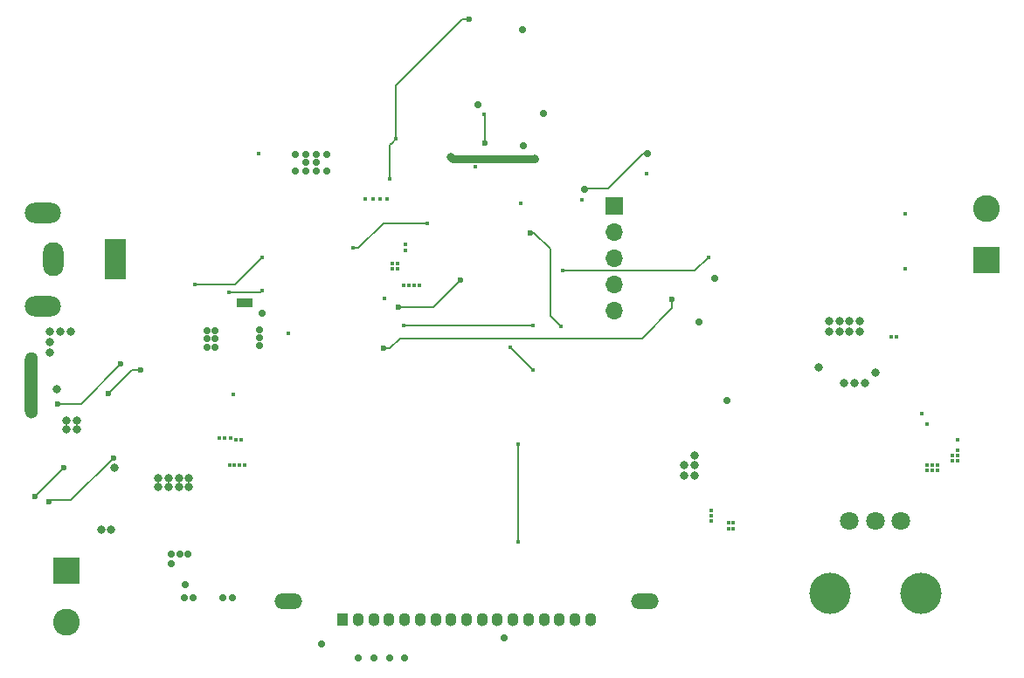
<source format=gbr>
%TF.GenerationSoftware,KiCad,Pcbnew,8.0.5*%
%TF.CreationDate,2025-07-10T15:46:46-04:00*%
%TF.ProjectId,Var_Volt_Conv,5661725f-566f-46c7-945f-436f6e762e6b,rev?*%
%TF.SameCoordinates,Original*%
%TF.FileFunction,Copper,L6,Bot*%
%TF.FilePolarity,Positive*%
%FSLAX46Y46*%
G04 Gerber Fmt 4.6, Leading zero omitted, Abs format (unit mm)*
G04 Created by KiCad (PCBNEW 8.0.5) date 2025-07-10 15:46:46*
%MOMM*%
%LPD*%
G01*
G04 APERTURE LIST*
%TA.AperFunction,EtchedComponent*%
%ADD10C,0.000000*%
%TD*%
%TA.AperFunction,ComponentPad*%
%ADD11R,1.100000X1.300000*%
%TD*%
%TA.AperFunction,ComponentPad*%
%ADD12O,1.100000X1.300000*%
%TD*%
%TA.AperFunction,ComponentPad*%
%ADD13O,2.700000X1.500000*%
%TD*%
%TA.AperFunction,WasherPad*%
%ADD14C,4.000000*%
%TD*%
%TA.AperFunction,ComponentPad*%
%ADD15C,1.800000*%
%TD*%
%TA.AperFunction,ComponentPad*%
%ADD16R,2.600000X2.600000*%
%TD*%
%TA.AperFunction,ComponentPad*%
%ADD17C,2.600000*%
%TD*%
%TA.AperFunction,ComponentPad*%
%ADD18R,1.700000X1.700000*%
%TD*%
%TA.AperFunction,ComponentPad*%
%ADD19O,1.700000X1.700000*%
%TD*%
%TA.AperFunction,ComponentPad*%
%ADD20R,2.000000X4.000000*%
%TD*%
%TA.AperFunction,ComponentPad*%
%ADD21O,2.000000X3.300000*%
%TD*%
%TA.AperFunction,ComponentPad*%
%ADD22O,3.500000X2.000000*%
%TD*%
%TA.AperFunction,ComponentPad*%
%ADD23C,0.600000*%
%TD*%
%TA.AperFunction,SMDPad,CuDef*%
%ADD24R,1.600000X0.900000*%
%TD*%
%TA.AperFunction,ComponentPad*%
%ADD25C,1.300000*%
%TD*%
%TA.AperFunction,ViaPad*%
%ADD26C,0.600000*%
%TD*%
%TA.AperFunction,ViaPad*%
%ADD27C,0.450000*%
%TD*%
%TA.AperFunction,ViaPad*%
%ADD28C,0.800000*%
%TD*%
%TA.AperFunction,ViaPad*%
%ADD29C,0.700000*%
%TD*%
%TA.AperFunction,Conductor*%
%ADD30C,0.200000*%
%TD*%
%TA.AperFunction,Conductor*%
%ADD31C,0.750000*%
%TD*%
G04 APERTURE END LIST*
D10*
%TA.AperFunction,EtchedComponent*%
%TO.C,NT101*%
G36*
X102337500Y-106790000D02*
G01*
X101037500Y-106790000D01*
X101037500Y-101590000D01*
X102337500Y-101590000D01*
X102337500Y-106790000D01*
G37*
%TD.AperFunction*%
%TD*%
D11*
%TO.P,U301,1,V0*%
%TO.N,/[3] Display/LV0*%
X131887500Y-126940000D03*
D12*
%TO.P,U301,2,V1*%
%TO.N,/[3] Display/LV1*%
X133387500Y-126940000D03*
%TO.P,U301,3,V2*%
%TO.N,/[3] Display/LV2*%
X134887500Y-126940000D03*
%TO.P,U301,4,V3*%
%TO.N,/[3] Display/LV3*%
X136387500Y-126940000D03*
%TO.P,U301,5,V4*%
%TO.N,/[3] Display/LV4*%
X137887500Y-126940000D03*
%TO.P,U301,6,C2-*%
%TO.N,/[3] Display/LC2-*%
X139387500Y-126940000D03*
%TO.P,U301,7,C2+*%
%TO.N,/[3] Display/LC2+*%
X140887500Y-126940000D03*
%TO.P,U301,8,C1+*%
%TO.N,/[3] Display/LC1+*%
X142387500Y-126940000D03*
%TO.P,U301,9,C1-*%
%TO.N,/[3] Display/LC1-*%
X143887500Y-126940000D03*
%TO.P,U301,10,VOUT*%
%TO.N,/[3] Display/LVOUT*%
X145387500Y-126940000D03*
%TO.P,U301,11,VSS*%
%TO.N,GNDD*%
X146887500Y-126940000D03*
%TO.P,U301,12,VDD*%
%TO.N,+3V0*%
X148387500Y-126940000D03*
%TO.P,U301,13,SI*%
%TO.N,SPI_MOSI*%
X149887500Y-126940000D03*
%TO.P,U301,14,SCL*%
%TO.N,SPI_CLK*%
X151387500Y-126940000D03*
%TO.P,U301,15,A0*%
%TO.N,REGISTER_SELECT*%
X152887500Y-126940000D03*
%TO.P,U301,16,/RST*%
%TO.N,{slash}RESET*%
X154387500Y-126940000D03*
%TO.P,U301,17,/CS1*%
%TO.N,{slash}CHIP_SELECT*%
X155887500Y-126940000D03*
D13*
%TO.P,U301,18,LED+*%
%TO.N,+3V0*%
X126587500Y-125140000D03*
%TO.P,U301,19,LED-*%
%TO.N,GNDD*%
X161187500Y-125140000D03*
%TD*%
D14*
%TO.P,RV101,*%
%TO.N,*%
X187900000Y-124365000D03*
X179100000Y-124365000D03*
D15*
%TO.P,RV101,1,1*%
%TO.N,unconnected-(RV101-Pad1)*%
X181000000Y-117365000D03*
%TO.P,RV101,2,2*%
%TO.N,/[1] Power/BB_FEEDBACK*%
X183500000Y-117365000D03*
%TO.P,RV101,3,3*%
%TO.N,/[1] Power/BB_POT_R*%
X186000000Y-117365000D03*
%TD*%
D16*
%TO.P,J102,1,Pin_1*%
%TO.N,/[1] Power/SCREW_TERMINAL_POWER*%
X105142500Y-122215000D03*
D17*
%TO.P,J102,2,Pin_2*%
%TO.N,GNDPWR*%
X105142500Y-127215000D03*
%TD*%
D16*
%TO.P,J103,1,Pin_1*%
%TO.N,VARIABLE_OUTPUT_VOLTAGE_B*%
X194292500Y-92090000D03*
D17*
%TO.P,J103,2,Pin_2*%
%TO.N,GNDPWR*%
X194292500Y-87090000D03*
%TD*%
D18*
%TO.P,J201,1,Pin_1*%
%TO.N,ST_3V3*%
X158187500Y-86770000D03*
D19*
%TO.P,J201,2,Pin_2*%
%TO.N,/[2] Microcontroller/SWCLK*%
X158187500Y-89310000D03*
%TO.P,J201,3,Pin_3*%
%TO.N,/[2] Microcontroller/SWDIO*%
X158187500Y-91850000D03*
%TO.P,J201,4,Pin_4*%
%TO.N,/[2] Microcontroller/NRST*%
X158187500Y-94390000D03*
%TO.P,J201,5,Pin_5*%
%TO.N,GNDD*%
X158187500Y-96930000D03*
%TD*%
D20*
%TO.P,J101,1*%
%TO.N,/[1] Power/JACK_POWER*%
X109862500Y-92015000D03*
D21*
%TO.P,J101,2*%
%TO.N,GNDPWR*%
X103862500Y-92015000D03*
D22*
%TO.P,J101,MP*%
%TO.N,N/C*%
X102862500Y-87515000D03*
X102862500Y-96515000D03*
%TD*%
D23*
%TO.P,U104,9,PAD*%
%TO.N,GNDPWR*%
X121862500Y-96175000D03*
D24*
X122362500Y-96175000D03*
D23*
X122862500Y-96175000D03*
%TD*%
D25*
%TO.P,NT101,1,1*%
%TO.N,GNDPWR*%
X101687500Y-106790000D03*
%TO.P,NT101,2,2*%
%TO.N,GNDA*%
X101687500Y-104190000D03*
%TO.P,NT101,3,3*%
%TO.N,GNDD*%
X101687500Y-101590000D03*
%TD*%
D26*
%TO.N,/[1] Power/JACK_POWER*%
X110387500Y-102115000D03*
X104237500Y-105990000D03*
%TO.N,/[1] Power/SCREW_TERMINAL_POWER*%
X103412500Y-115515000D03*
X109662500Y-111240000D03*
D27*
%TO.N,/[1] Power/BUCK_PPM_GATE*%
X123750000Y-81690000D03*
D28*
%TO.N,SYSTEM_POWER_B*%
X179000000Y-99000000D03*
X115000000Y-113200000D03*
D29*
X123800000Y-98800000D03*
D28*
X114000000Y-113200000D03*
X181000000Y-98000000D03*
X115000000Y-114100000D03*
D29*
X123800000Y-99600000D03*
D28*
X180000000Y-99000000D03*
D29*
X123800000Y-100400000D03*
D28*
X182000000Y-98000000D03*
X117000000Y-113200000D03*
X180000000Y-98000000D03*
X181000000Y-99000000D03*
X179000000Y-98000000D03*
X116000000Y-113200000D03*
X116000000Y-114100000D03*
X117000000Y-114100000D03*
X114000000Y-114100000D03*
X182000000Y-99000000D03*
D27*
%TO.N,/[1] Power/ST_PPM_GATE*%
X137050000Y-80290000D03*
X136450000Y-84190000D03*
D26*
X144153750Y-68700000D03*
D29*
%TO.N,/[1] Power/BUCK_VOS*%
X161400000Y-81700000D03*
D27*
X124087500Y-91840000D03*
X117512500Y-94465000D03*
D29*
X155300000Y-85200000D03*
D27*
%TO.N,+3V3*%
X169250000Y-117575000D03*
D29*
X127300000Y-81800000D03*
X129300000Y-83400000D03*
X130300000Y-83400000D03*
X128300000Y-83400000D03*
D27*
X120400000Y-109300000D03*
X169750000Y-118100000D03*
X136700000Y-92900000D03*
D29*
X167900000Y-93800000D03*
X128300000Y-82600000D03*
X129300000Y-82600000D03*
X115300000Y-121500000D03*
D27*
X121500000Y-109500000D03*
D29*
X116100000Y-120600000D03*
X116900000Y-120600000D03*
D27*
X122000000Y-109500000D03*
X121000000Y-109300000D03*
D29*
X115300000Y-120600000D03*
X127300000Y-83400000D03*
X128300000Y-81800000D03*
D27*
X136700000Y-92400000D03*
X137200000Y-92400000D03*
X169750000Y-117575000D03*
D29*
X129300000Y-81800000D03*
D27*
X169250000Y-118100000D03*
X119900000Y-109300000D03*
X137200000Y-92900000D03*
D29*
X166400000Y-98100000D03*
X130300000Y-81800000D03*
%TO.N,+3V0*%
X120300000Y-124850000D03*
X121200000Y-124850000D03*
D26*
%TO.N,/[2] Microcontroller/NRST*%
X163800000Y-95900000D03*
X143300000Y-93975000D03*
X135837500Y-100625000D03*
X137300000Y-96600000D03*
D28*
%TO.N,ST_3V3*%
X150500000Y-82200000D03*
X142400000Y-82100000D03*
%TO.N,VARIABLE_OUTPUT_VOLTAGE_B*%
X166000000Y-111000000D03*
X165000000Y-113000000D03*
X166000000Y-112000000D03*
X165000000Y-112000000D03*
D27*
X186400000Y-92900000D03*
D28*
X166000000Y-113000000D03*
D26*
%TO.N,/[1] Power/COMP_OUT*%
X145651250Y-80750000D03*
D27*
X145571250Y-77890000D03*
D26*
%TO.N,/[1] Power/GATE_J*%
X109137500Y-105015000D03*
X112287500Y-102690000D03*
%TO.N,/[1] Power/GATE_T*%
X104887500Y-112215000D03*
X102037500Y-114990000D03*
D27*
%TO.N,/[1] Power/PG*%
X124087500Y-94990000D03*
X120862500Y-95215000D03*
%TO.N,S-INPUT_VOLTAGE*%
X132900000Y-90900000D03*
X140100000Y-88500000D03*
%TO.N,S-OUTPUT_VOLTAGE*%
X153200000Y-93100000D03*
X167300000Y-91800000D03*
%TO.N,SPI_MOSI*%
X148900000Y-109900000D03*
X148900000Y-119400000D03*
D26*
%TO.N,{slash}CHIP_SELECT*%
X150100000Y-89400000D03*
D27*
X153000000Y-98500000D03*
%TO.N,S-INPUT_CURRENT*%
X150300000Y-98400000D03*
X137800000Y-98400000D03*
%TO.N,{slash}RESET*%
X150300000Y-102700000D03*
X148100000Y-100500000D03*
%TO.N,GNDPWR*%
X186400000Y-87600000D03*
D29*
X119500000Y-98900000D03*
D28*
X109400000Y-118200000D03*
D29*
X116600000Y-123550000D03*
D27*
X191500000Y-111500000D03*
X191500000Y-111000000D03*
X191000000Y-111000000D03*
D29*
X151300000Y-77800000D03*
D28*
X180500000Y-104000000D03*
D27*
X191000000Y-111500000D03*
D28*
X182500000Y-104000000D03*
X109800000Y-112200000D03*
X183500000Y-103000000D03*
D29*
X145000000Y-77000000D03*
D28*
X103500000Y-100000000D03*
X106100000Y-108500000D03*
X104200000Y-104600000D03*
D29*
X117400000Y-124800000D03*
X118700000Y-99700000D03*
X169100000Y-105700000D03*
X118700000Y-98900000D03*
D27*
X191500000Y-109500000D03*
D29*
X118700000Y-100500000D03*
X116550000Y-124800000D03*
D28*
X103500000Y-101000000D03*
D27*
X121300000Y-105100000D03*
X149100000Y-86600000D03*
D29*
X149300000Y-69700000D03*
D28*
X181500000Y-104000000D03*
X108500000Y-118200000D03*
X178000000Y-102500000D03*
D27*
X191500000Y-110500000D03*
D28*
X103500000Y-99000000D03*
X105100000Y-107600000D03*
D29*
X119500000Y-100500000D03*
D28*
X106100000Y-107600000D03*
D27*
X144700000Y-83000000D03*
D28*
X105100000Y-108500000D03*
D29*
X149400000Y-81000000D03*
D28*
X104500000Y-99000000D03*
D29*
X119500000Y-99700000D03*
D28*
X105500000Y-99000000D03*
D27*
%TO.N,GNDA*%
X167550000Y-116850000D03*
X185000000Y-99500000D03*
X189000000Y-112000000D03*
X188500000Y-108000000D03*
X188500000Y-112000000D03*
X189500000Y-112000000D03*
X120900000Y-112000000D03*
X121400000Y-112000000D03*
X185500000Y-99500000D03*
X189500000Y-112500000D03*
X189000000Y-112500000D03*
X167550000Y-117350000D03*
X188500000Y-112500000D03*
D29*
X124100000Y-97200000D03*
D27*
X167550000Y-116350000D03*
X121900000Y-112000000D03*
X188000000Y-107000000D03*
X122400000Y-112000000D03*
%TO.N,GNDD*%
X135500000Y-86100000D03*
D29*
X134900000Y-130700000D03*
X136400000Y-130700000D03*
D27*
X155021232Y-86221232D03*
X139300000Y-94500000D03*
X126600000Y-99200000D03*
X134100000Y-86100000D03*
X136200000Y-86100000D03*
D29*
X133400000Y-130700000D03*
D27*
X138000000Y-90500000D03*
D29*
X137900000Y-130700000D03*
D27*
X161300000Y-83700000D03*
X135900000Y-95800000D03*
D29*
X129800000Y-129300000D03*
D27*
X138300000Y-94500000D03*
D29*
X147500000Y-128750000D03*
D27*
X134800000Y-86100000D03*
X138000000Y-91100000D03*
X138800000Y-94500000D03*
X137800000Y-94500000D03*
%TD*%
D30*
%TO.N,/[1] Power/JACK_POWER*%
X110387500Y-102115000D02*
X106512500Y-105990000D01*
X106512500Y-105990000D02*
X104237500Y-105990000D01*
%TO.N,/[1] Power/SCREW_TERMINAL_POWER*%
X105537500Y-115365000D02*
X109662500Y-111240000D01*
X103412500Y-115515000D02*
X103562500Y-115365000D01*
X103562500Y-115365000D02*
X105537500Y-115365000D01*
%TO.N,/[1] Power/BUCK_PPM_GATE*%
X123760000Y-81700000D02*
X123750000Y-81690000D01*
%TO.N,/[1] Power/ST_PPM_GATE*%
X136650000Y-80690000D02*
X137050000Y-80290000D01*
X143477500Y-68700000D02*
X137050000Y-75127500D01*
X137050000Y-75127500D02*
X137050000Y-80290000D01*
X136450000Y-84190000D02*
X136450000Y-80890000D01*
X144153750Y-68700000D02*
X143477500Y-68700000D01*
X136450000Y-80890000D02*
X136650000Y-80690000D01*
%TO.N,/[1] Power/BUCK_VOS*%
X124087500Y-91840000D02*
X121462500Y-94465000D01*
X155400000Y-85100000D02*
X155300000Y-85200000D01*
X121462500Y-94465000D02*
X117512500Y-94465000D01*
X157600000Y-85100000D02*
X155400000Y-85100000D01*
X161400000Y-81700000D02*
X161000000Y-81700000D01*
X161000000Y-81700000D02*
X157600000Y-85100000D01*
%TO.N,/[2] Microcontroller/NRST*%
X163800000Y-96725000D02*
X160875000Y-99650000D01*
X160875000Y-99650000D02*
X137450000Y-99650000D01*
X137300000Y-96600000D02*
X140675000Y-96600000D01*
X140675000Y-96600000D02*
X143300000Y-93975000D01*
X136475000Y-100625000D02*
X135837500Y-100625000D01*
X137450000Y-99650000D02*
X136475000Y-100625000D01*
X163800000Y-95900000D02*
X163800000Y-96725000D01*
D31*
%TO.N,ST_3V3*%
X142400000Y-82100000D02*
X142500000Y-82200000D01*
X142500000Y-82200000D02*
X150500000Y-82200000D01*
D30*
%TO.N,/[1] Power/COMP_OUT*%
X145571250Y-77890000D02*
X145651250Y-77970000D01*
X145651250Y-77970000D02*
X145651250Y-80750000D01*
%TO.N,/[1] Power/GATE_J*%
X111462500Y-102690000D02*
X109137500Y-105015000D01*
X112287500Y-102690000D02*
X111462500Y-102690000D01*
%TO.N,/[1] Power/GATE_T*%
X104812500Y-112215000D02*
X104887500Y-112215000D01*
X102037500Y-114990000D02*
X104812500Y-112215000D01*
%TO.N,/[1] Power/PG*%
X124087500Y-94990000D02*
X123862500Y-95215000D01*
X123862500Y-95215000D02*
X120862500Y-95215000D01*
%TO.N,S-INPUT_VOLTAGE*%
X133400000Y-90900000D02*
X135800000Y-88500000D01*
X135800000Y-88500000D02*
X140100000Y-88500000D01*
X132900000Y-90900000D02*
X133400000Y-90900000D01*
%TO.N,S-OUTPUT_VOLTAGE*%
X166000000Y-93100000D02*
X153200000Y-93100000D01*
X167300000Y-91800000D02*
X166000000Y-93100000D01*
%TO.N,SPI_MOSI*%
X148900000Y-109900000D02*
X148900000Y-119400000D01*
%TO.N,{slash}CHIP_SELECT*%
X152000000Y-97500000D02*
X153000000Y-98500000D01*
X150100000Y-89400000D02*
X150400000Y-89400000D01*
X152000000Y-91000000D02*
X152000000Y-97500000D01*
X150400000Y-89400000D02*
X152000000Y-91000000D01*
%TO.N,S-INPUT_CURRENT*%
X137800000Y-98400000D02*
X150300000Y-98400000D01*
%TO.N,{slash}RESET*%
X148100000Y-100500000D02*
X150300000Y-102700000D01*
%TD*%
M02*

</source>
